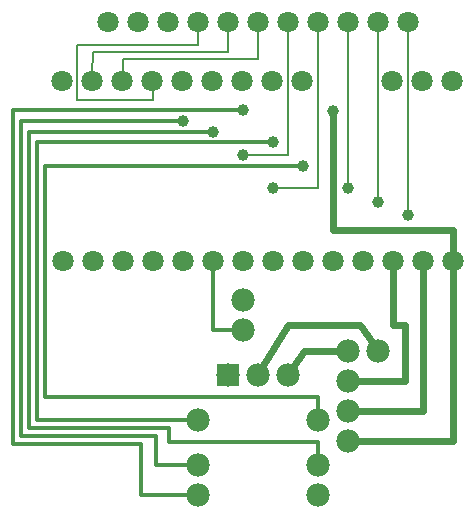
<source format=gbl>
G04 MADE WITH FRITZING*
G04 WWW.FRITZING.ORG*
G04 DOUBLE SIDED*
G04 HOLES PLATED*
G04 CONTOUR ON CENTER OF CONTOUR VECTOR*
%ASAXBY*%
%FSLAX23Y23*%
%MOIN*%
%OFA0B0*%
%SFA1.0B1.0*%
%ADD10C,0.039370*%
%ADD11C,0.070866*%
%ADD12C,0.078000*%
%ADD13R,0.078000X0.078000*%
%ADD14C,0.008000*%
%ADD15C,0.024000*%
%ADD16C,0.012000*%
%LNCOPPER0*%
G90*
G70*
G54D10*
X1150Y1122D03*
X1250Y1078D03*
X1350Y1033D03*
X800Y1383D03*
X600Y1347D03*
X700Y1311D03*
X900Y1275D03*
X1000Y1196D03*
X800Y1233D03*
X900Y1122D03*
X1100Y1379D03*
G54D11*
X1499Y1479D03*
X1399Y1479D03*
X1299Y1479D03*
X999Y1479D03*
X899Y1479D03*
X799Y1479D03*
X699Y1479D03*
X599Y1479D03*
X499Y1479D03*
X399Y1479D03*
X299Y1479D03*
X199Y1479D03*
X1500Y880D03*
X1400Y880D03*
X1300Y880D03*
X1200Y880D03*
X1100Y880D03*
X1000Y880D03*
X900Y880D03*
X800Y880D03*
X700Y880D03*
X600Y880D03*
X500Y880D03*
X400Y880D03*
X300Y880D03*
X200Y880D03*
G54D12*
X1050Y100D03*
X650Y100D03*
X650Y350D03*
X1050Y200D03*
X1050Y350D03*
X650Y200D03*
G54D11*
X350Y1675D03*
X450Y1675D03*
X550Y1675D03*
X650Y1675D03*
X750Y1675D03*
X850Y1675D03*
X950Y1675D03*
X1050Y1675D03*
X1150Y1675D03*
X1250Y1675D03*
X1350Y1675D03*
X350Y1675D03*
X450Y1675D03*
X550Y1675D03*
X650Y1675D03*
X750Y1675D03*
X850Y1675D03*
X950Y1675D03*
X1050Y1675D03*
X1150Y1675D03*
X1250Y1675D03*
X1350Y1675D03*
G54D12*
X800Y750D03*
X800Y650D03*
X1150Y580D03*
X1250Y580D03*
X1150Y280D03*
X1150Y380D03*
X1150Y480D03*
X750Y500D03*
X850Y500D03*
X950Y500D03*
G54D13*
X750Y500D03*
G54D14*
X650Y1600D02*
X650Y1649D01*
D02*
X500Y1417D02*
X249Y1417D01*
D02*
X249Y1417D02*
X249Y1600D01*
D02*
X249Y1600D02*
X650Y1600D01*
D02*
X400Y1554D02*
X850Y1554D01*
D02*
X850Y1554D02*
X850Y1649D01*
D02*
X300Y1577D02*
X750Y1577D01*
D02*
X750Y1577D02*
X750Y1649D01*
G54D15*
D02*
X1500Y982D02*
X1100Y982D01*
D02*
X1500Y911D02*
X1500Y982D01*
G54D14*
D02*
X1350Y1047D02*
X1350Y1649D01*
D02*
X1250Y1091D02*
X1250Y1649D01*
D02*
X1150Y1136D02*
X1150Y1649D01*
D02*
X1050Y1122D02*
X1050Y1649D01*
D02*
X950Y1233D02*
X950Y1649D01*
G54D16*
D02*
X35Y1383D02*
X786Y1383D01*
D02*
X35Y271D02*
X35Y1383D01*
D02*
X462Y271D02*
X35Y271D01*
D02*
X462Y100D02*
X462Y271D01*
D02*
X626Y100D02*
X462Y100D01*
D02*
X586Y1347D02*
X61Y1347D01*
D02*
X61Y1347D02*
X61Y297D01*
D02*
X61Y297D02*
X510Y297D01*
D02*
X510Y297D02*
X510Y200D01*
D02*
X510Y200D02*
X625Y200D01*
D02*
X686Y1311D02*
X88Y1311D01*
D02*
X88Y1311D02*
X88Y324D01*
D02*
X556Y275D02*
X1050Y275D01*
D02*
X556Y324D02*
X556Y275D01*
D02*
X88Y324D02*
X556Y324D01*
D02*
X1050Y275D02*
X1050Y225D01*
D02*
X886Y1275D02*
X114Y1275D01*
D02*
X114Y1275D02*
X114Y350D01*
D02*
X114Y350D02*
X626Y350D01*
D02*
X986Y1196D02*
X140Y1196D01*
D02*
X140Y1196D02*
X140Y425D01*
D02*
X140Y425D02*
X1050Y425D01*
D02*
X1050Y425D02*
X1050Y375D01*
G54D14*
D02*
X913Y1122D02*
X1050Y1122D01*
D02*
X813Y1233D02*
X950Y1233D01*
G54D15*
D02*
X1100Y1360D02*
X1100Y982D01*
G54D14*
D02*
X500Y1417D02*
X500Y1455D01*
D02*
X299Y1504D02*
X300Y1577D01*
D02*
X400Y1554D02*
X400Y1504D01*
G54D15*
D02*
X1500Y280D02*
X1180Y280D01*
D02*
X1500Y850D02*
X1500Y280D01*
D02*
X1400Y850D02*
X1400Y380D01*
D02*
X1400Y380D02*
X1180Y380D01*
D02*
X1341Y668D02*
X1341Y480D01*
D02*
X1300Y668D02*
X1341Y668D01*
D02*
X1300Y850D02*
X1300Y668D01*
D02*
X1341Y480D02*
X1180Y480D01*
D02*
X1192Y667D02*
X952Y667D01*
D02*
X952Y667D02*
X866Y526D01*
D02*
X1233Y606D02*
X1192Y667D01*
D02*
X1004Y581D02*
X967Y525D01*
D02*
X1120Y580D02*
X1004Y581D01*
G54D16*
D02*
X700Y650D02*
X700Y855D01*
D02*
X775Y650D02*
X700Y650D01*
G04 End of Copper0*
M02*
</source>
